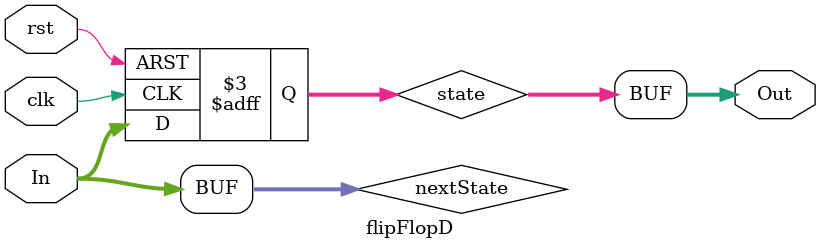
<source format=sv>
module flipFlopD #(parameter N=4)(input clk,rst,input [N-1:0] In,output[N-1:0] Out);
	logic [N-1:0] state,nextState;
	always_ff @(posedge clk or posedge rst)begin
		if(rst)state=0;
		else state=nextState;
	end
	always_comb begin
		nextState=In;
	end
	assign Out=state;
	
	

endmodule 
</source>
